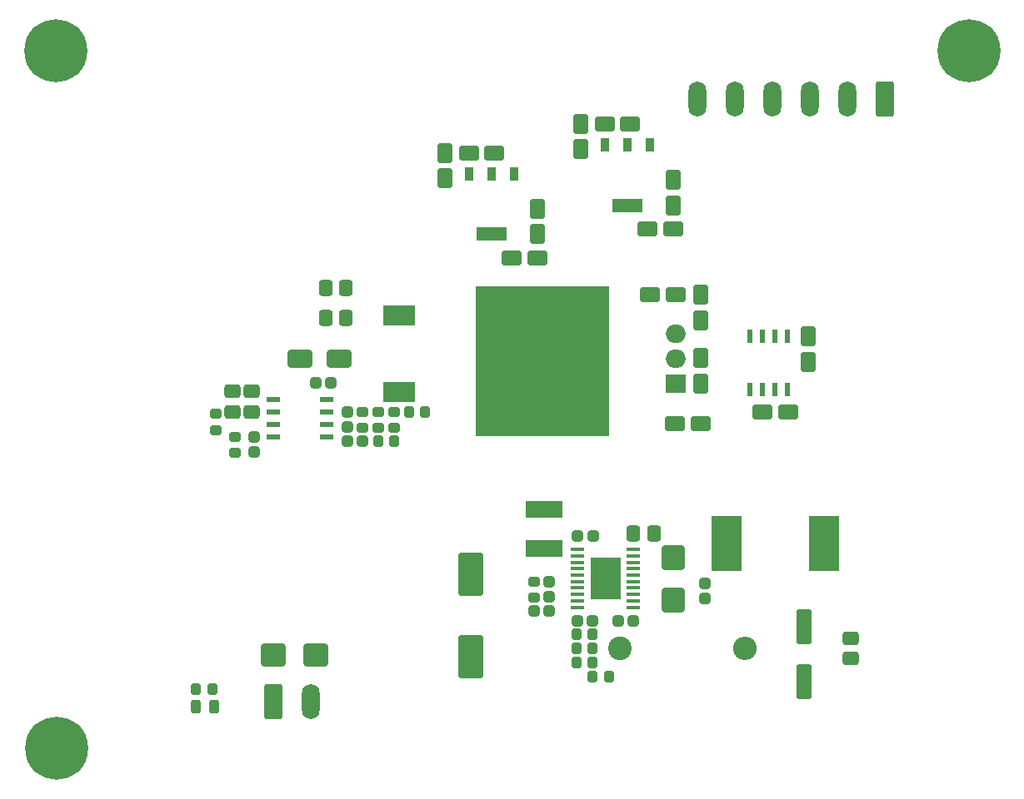
<source format=gbr>
%TF.GenerationSoftware,KiCad,Pcbnew,8.0.4*%
%TF.CreationDate,2024-10-07T11:58:35+07:00*%
%TF.ProjectId,BATTERY_CONVERTER,42415454-4552-4595-9f43-4f4e56455254,rev?*%
%TF.SameCoordinates,Original*%
%TF.FileFunction,Soldermask,Top*%
%TF.FilePolarity,Negative*%
%FSLAX46Y46*%
G04 Gerber Fmt 4.6, Leading zero omitted, Abs format (unit mm)*
G04 Created by KiCad (PCBNEW 8.0.4) date 2024-10-07 11:58:35*
%MOMM*%
%LPD*%
G01*
G04 APERTURE LIST*
G04 Aperture macros list*
%AMRoundRect*
0 Rectangle with rounded corners*
0 $1 Rounding radius*
0 $2 $3 $4 $5 $6 $7 $8 $9 X,Y pos of 4 corners*
0 Add a 4 corners polygon primitive as box body*
4,1,4,$2,$3,$4,$5,$6,$7,$8,$9,$2,$3,0*
0 Add four circle primitives for the rounded corners*
1,1,$1+$1,$2,$3*
1,1,$1+$1,$4,$5*
1,1,$1+$1,$6,$7*
1,1,$1+$1,$8,$9*
0 Add four rect primitives between the rounded corners*
20,1,$1+$1,$2,$3,$4,$5,0*
20,1,$1+$1,$4,$5,$6,$7,0*
20,1,$1+$1,$6,$7,$8,$9,0*
20,1,$1+$1,$8,$9,$2,$3,0*%
G04 Aperture macros list end*
%ADD10C,0.100000*%
%ADD11RoundRect,0.293404X-0.533596X0.396096X-0.533596X-0.396096X0.533596X-0.396096X0.533596X0.396096X0*%
%ADD12RoundRect,0.293404X-0.396096X-0.533596X0.396096X-0.533596X0.396096X0.533596X-0.396096X0.533596X0*%
%ADD13RoundRect,0.276000X-0.276000X-0.301000X0.276000X-0.301000X0.276000X0.301000X-0.276000X0.301000X0*%
%ADD14C,0.800000*%
%ADD15C,6.400000*%
%ADD16RoundRect,0.251000X0.326000X-0.251000X0.326000X0.251000X-0.326000X0.251000X-0.326000X-0.251000X0*%
%ADD17RoundRect,0.276000X0.301000X-0.276000X0.301000X0.276000X-0.301000X0.276000X-0.301000X-0.276000X0*%
%ADD18R,1.460500X0.533400*%
%ADD19RoundRect,0.250000X-0.550000X1.500000X-0.550000X-1.500000X0.550000X-1.500000X0.550000X1.500000X0*%
%ADD20C,2.400000*%
%ADD21O,2.400000X2.400000*%
%ADD22RoundRect,0.276000X-0.301000X0.276000X-0.301000X-0.276000X0.301000X-0.276000X0.301000X0.276000X0*%
%ADD23RoundRect,0.250000X1.000000X0.650000X-1.000000X0.650000X-1.000000X-0.650000X1.000000X-0.650000X0*%
%ADD24RoundRect,0.259080X0.502920X-0.747920X0.502920X0.747920X-0.502920X0.747920X-0.502920X-0.747920X0*%
%ADD25RoundRect,0.259080X-0.502920X0.747920X-0.502920X-0.747920X0.502920X-0.747920X0.502920X0.747920X0*%
%ADD26RoundRect,0.251000X0.251000X0.326000X-0.251000X0.326000X-0.251000X-0.326000X0.251000X-0.326000X0*%
%ADD27RoundRect,0.251000X-0.251000X-0.326000X0.251000X-0.326000X0.251000X0.326000X-0.251000X0.326000X0*%
%ADD28RoundRect,0.276000X0.276000X0.301000X-0.276000X0.301000X-0.276000X-0.301000X0.276000X-0.301000X0*%
%ADD29R,0.900001X1.450000*%
%ADD30R,3.149999X1.450000*%
%ADD31RoundRect,0.250000X-0.900000X1.000000X-0.900000X-1.000000X0.900000X-1.000000X0.900000X1.000000X0*%
%ADD32RoundRect,0.259080X0.747920X0.502920X-0.747920X0.502920X-0.747920X-0.502920X0.747920X-0.502920X0*%
%ADD33R,0.533400X1.460500*%
%ADD34RoundRect,0.251000X-0.326000X0.251000X-0.326000X-0.251000X0.326000X-0.251000X0.326000X0.251000X0*%
%ADD35RoundRect,0.243750X0.243750X0.456250X-0.243750X0.456250X-0.243750X-0.456250X0.243750X-0.456250X0*%
%ADD36O,3.500000X3.500000*%
%ADD37R,2.000000X1.905000*%
%ADD38O,2.000000X1.905000*%
%ADD39RoundRect,0.293404X0.533596X-0.396096X0.533596X0.396096X-0.533596X0.396096X-0.533596X-0.396096X0*%
%ADD40RoundRect,0.250000X0.650000X1.550000X-0.650000X1.550000X-0.650000X-1.550000X0.650000X-1.550000X0*%
%ADD41O,1.800000X3.600000*%
%ADD42R,3.200000X2.000000*%
%ADD43RoundRect,0.250000X-1.000000X-0.900000X1.000000X-0.900000X1.000000X0.900000X-1.000000X0.900000X0*%
%ADD44RoundRect,0.102000X-1.447800X-2.705100X1.447800X-2.705100X1.447800X2.705100X-1.447800X2.705100X0*%
%ADD45RoundRect,0.250000X-0.650000X-1.550000X0.650000X-1.550000X0.650000X1.550000X-0.650000X1.550000X0*%
%ADD46R,1.422400X0.355600*%
%ADD47R,3.149600X4.343400*%
%ADD48RoundRect,0.259080X-0.747920X-0.502920X0.747920X-0.502920X0.747920X0.502920X-0.747920X0.502920X0*%
%ADD49RoundRect,0.250000X-1.000000X1.950000X-1.000000X-1.950000X1.000000X-1.950000X1.000000X1.950000X0*%
%ADD50RoundRect,0.102000X-1.755000X0.785000X-1.755000X-0.785000X1.755000X-0.785000X1.755000X0.785000X0*%
G04 APERTURE END LIST*
D10*
X85301656Y-75290344D02*
X98814456Y-75290344D01*
X98814456Y-90454144D01*
X85301656Y-90454144D01*
X85301656Y-75290344D01*
G36*
X85301656Y-75290344D02*
G01*
X98814456Y-75290344D01*
X98814456Y-90454144D01*
X85301656Y-90454144D01*
X85301656Y-75290344D01*
G37*
D11*
%TO.C,C12*%
X60587456Y-85966144D03*
X60587456Y-88041144D03*
%TD*%
D12*
%TO.C,C19*%
X70039556Y-78512844D03*
X72114556Y-78512844D03*
%TD*%
D13*
%TO.C,C2*%
X99804456Y-109300944D03*
X101354456Y-109300944D03*
%TD*%
D14*
%TO.C,H1*%
X40248200Y-51287344D03*
X40951144Y-49590288D03*
X40951144Y-52984400D03*
X42648200Y-48887344D03*
D15*
X42648200Y-51287344D03*
D14*
X42648200Y-53687344D03*
X44345256Y-49590288D03*
X44345256Y-52984400D03*
X45048200Y-51287344D03*
%TD*%
D16*
%TO.C,R7*%
X58922856Y-89878644D03*
X58922856Y-88228644D03*
%TD*%
D13*
%TO.C,C17*%
X69058056Y-85120144D03*
X70608056Y-85120144D03*
%TD*%
D17*
%TO.C,C6*%
X92756256Y-106857942D03*
X92756256Y-105307942D03*
%TD*%
D18*
%TO.C,U2*%
X64721306Y-86771144D03*
X64721306Y-88041144D03*
X64721306Y-89311144D03*
X64721306Y-90581144D03*
X70169606Y-90581144D03*
X70169606Y-89311144D03*
X70169606Y-88041144D03*
X70169606Y-86771144D03*
%TD*%
D19*
%TO.C,C10*%
X118677256Y-109879144D03*
X118677256Y-115479144D03*
%TD*%
D20*
%TO.C,R3*%
X99954556Y-112105244D03*
D21*
X112654556Y-112105244D03*
%TD*%
D22*
%TO.C,C15*%
X72271456Y-88041144D03*
X72271456Y-89591144D03*
%TD*%
D23*
%TO.C,D2*%
X67452056Y-82656344D03*
X71452056Y-82656344D03*
%TD*%
D24*
%TO.C,C33*%
X119109956Y-82938594D03*
X119109956Y-80338594D03*
%TD*%
D13*
%TO.C,C7*%
X95664856Y-100639544D03*
X97214856Y-100639544D03*
%TD*%
D16*
%TO.C,R8*%
X60837456Y-92231144D03*
X60837456Y-90581144D03*
%TD*%
D25*
%TO.C,C31*%
X108150356Y-76114444D03*
X108150356Y-78714444D03*
%TD*%
D24*
%TO.C,C25*%
X91593706Y-69959544D03*
X91593706Y-67359544D03*
%TD*%
D26*
%TO.C,R1*%
X97200656Y-110686144D03*
X95550656Y-110686144D03*
%TD*%
D27*
%TO.C,R12*%
X75383856Y-91038344D03*
X77033856Y-91038344D03*
%TD*%
D28*
%TO.C,C14*%
X73821456Y-91038344D03*
X72271456Y-91038344D03*
%TD*%
D17*
%TO.C,C9*%
X108568056Y-107027944D03*
X108568056Y-105477944D03*
%TD*%
D29*
%TO.C,U3*%
X103006256Y-60912344D03*
X100706256Y-60912344D03*
X98406256Y-60912344D03*
D30*
X100706256Y-67062344D03*
%TD*%
D31*
%TO.C,D1*%
X105367656Y-107158344D03*
X105367656Y-102858344D03*
%TD*%
D32*
%TO.C,C27*%
X91593706Y-72355244D03*
X88993706Y-72355244D03*
%TD*%
D33*
%TO.C,U6*%
X113203056Y-85786894D03*
X114473056Y-85786894D03*
X115743056Y-85786894D03*
X117013056Y-85786894D03*
X117013056Y-80338594D03*
X115743056Y-80338594D03*
X114473056Y-80338594D03*
X113203056Y-80338594D03*
%TD*%
D34*
%TO.C,R9*%
X73821456Y-88041144D03*
X73821456Y-89691144D03*
%TD*%
D32*
%TO.C,C30*%
X105606056Y-76114444D03*
X103006056Y-76114444D03*
%TD*%
D35*
%TO.C,D4*%
X58743156Y-118013144D03*
X56868156Y-118013144D03*
%TD*%
D16*
%TO.C,R11*%
X77033056Y-89691144D03*
X77033056Y-88041144D03*
%TD*%
D36*
%TO.C,U5*%
X88946056Y-82630944D03*
D37*
X105606056Y-85170944D03*
D38*
X105606056Y-82630944D03*
X105606056Y-80090944D03*
%TD*%
D34*
%TO.C,R13*%
X75383856Y-88041144D03*
X75383856Y-89691144D03*
%TD*%
D39*
%TO.C,C11*%
X123427056Y-113116644D03*
X123427056Y-111041644D03*
%TD*%
D24*
%TO.C,C29*%
X108150356Y-85170944D03*
X108150356Y-82570944D03*
%TD*%
D26*
%TO.C,R14*%
X58518156Y-116248744D03*
X56868156Y-116248744D03*
%TD*%
D24*
%TO.C,C24*%
X105391956Y-67062344D03*
X105391956Y-64462344D03*
%TD*%
D40*
%TO.C,J2*%
X126899056Y-56251844D03*
D41*
X123089056Y-56251844D03*
X119279056Y-56251844D03*
X115469056Y-56251844D03*
X111659056Y-56251844D03*
X107849056Y-56251844D03*
%TD*%
D42*
%TO.C,L2*%
X77503856Y-86037844D03*
X77503856Y-78237844D03*
%TD*%
D43*
%TO.C,D3*%
X69065256Y-112792244D03*
X64765256Y-112792244D03*
%TD*%
D27*
%TO.C,R4*%
X97177056Y-114976944D03*
X98827056Y-114976944D03*
%TD*%
D44*
%TO.C,L1*%
X110777856Y-101401544D03*
X120683856Y-101401544D03*
%TD*%
D32*
%TO.C,C26*%
X105391956Y-69453935D03*
X102791956Y-69453935D03*
%TD*%
D45*
%TO.C,J1*%
X64765256Y-117505144D03*
D41*
X68575256Y-117505144D03*
%TD*%
D46*
%TO.C,U1*%
X95664856Y-102057944D03*
X95664856Y-102707945D03*
X95664856Y-103357943D03*
X95664856Y-104007945D03*
X95664856Y-104657943D03*
X95664856Y-105307942D03*
X95664856Y-105957943D03*
X95664856Y-106607942D03*
X95664856Y-107257943D03*
X95664856Y-107907942D03*
X101354456Y-107907944D03*
X101354456Y-107257946D03*
X101354456Y-106607945D03*
X101354456Y-105957946D03*
X101354456Y-105307945D03*
X101354456Y-104657946D03*
X101354456Y-104007945D03*
X101354456Y-103357946D03*
X101354456Y-102707945D03*
X101354456Y-102057946D03*
D47*
X98509656Y-104982944D03*
%TD*%
D27*
%TO.C,R5*%
X95526056Y-113515544D03*
X97176056Y-113515544D03*
%TD*%
D12*
%TO.C,C8*%
X101354456Y-100389544D03*
X103429456Y-100389544D03*
%TD*%
D48*
%TO.C,C21*%
X84608006Y-61690044D03*
X87208006Y-61690044D03*
%TD*%
D28*
%TO.C,C4*%
X92756256Y-108284944D03*
X91206256Y-108284944D03*
%TD*%
D48*
%TO.C,C32*%
X114424056Y-88029844D03*
X117024056Y-88029844D03*
%TD*%
D14*
%TO.C,H2*%
X40348200Y-122287344D03*
X41051144Y-120590288D03*
X41051144Y-123984400D03*
X42748200Y-119887344D03*
D15*
X42748200Y-122287344D03*
D14*
X42748200Y-124687344D03*
X44445256Y-120590288D03*
X44445256Y-123984400D03*
X45148200Y-122287344D03*
%TD*%
D26*
%TO.C,R6*%
X97175256Y-112094944D03*
X95525256Y-112094944D03*
%TD*%
D25*
%TO.C,C23*%
X82214494Y-61690044D03*
X82214494Y-64290044D03*
%TD*%
D49*
%TO.C,C3*%
X84831256Y-104583444D03*
X84831256Y-112983444D03*
%TD*%
D17*
%TO.C,C16*%
X62818656Y-92131144D03*
X62818656Y-90581144D03*
%TD*%
D14*
%TO.C,H3*%
X133002656Y-51287344D03*
X133705600Y-49590288D03*
X133705600Y-52984400D03*
X135402656Y-48887344D03*
D15*
X135402656Y-51287344D03*
D14*
X135402656Y-53687344D03*
X137099712Y-49590288D03*
X137099712Y-52984400D03*
X137802656Y-51287344D03*
%TD*%
D29*
%TO.C,U4*%
X89208006Y-63809544D03*
X86908006Y-63809544D03*
X84608006Y-63809544D03*
D30*
X86908006Y-69959544D03*
%TD*%
D32*
%TO.C,C28*%
X108150356Y-89246244D03*
X105550356Y-89246244D03*
%TD*%
D50*
%TO.C,C5*%
X92286656Y-97936744D03*
X92286656Y-101970744D03*
%TD*%
D48*
%TO.C,C22*%
X98406256Y-58718244D03*
X101006256Y-58718244D03*
%TD*%
D25*
%TO.C,C20*%
X96012744Y-58718244D03*
X96012744Y-61318244D03*
%TD*%
D16*
%TO.C,R2*%
X91206256Y-106957942D03*
X91206256Y-105307942D03*
%TD*%
D12*
%TO.C,C18*%
X70039556Y-75417344D03*
X72114556Y-75417344D03*
%TD*%
D28*
%TO.C,C1*%
X97151056Y-109300944D03*
X95601056Y-109300944D03*
%TD*%
D11*
%TO.C,C13*%
X62568656Y-85966144D03*
X62568656Y-88041144D03*
%TD*%
D27*
%TO.C,R10*%
X78508456Y-88041144D03*
X80158456Y-88041144D03*
%TD*%
M02*

</source>
